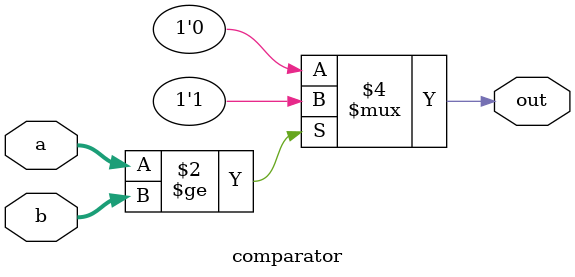
<source format=v>
module comparator(

	input [2:0]a, b,
	output reg out
);

always@ (*) begin

	if(a>=b)
		out = 1;
	else 
		out = 0;
end

endmodule 
</source>
